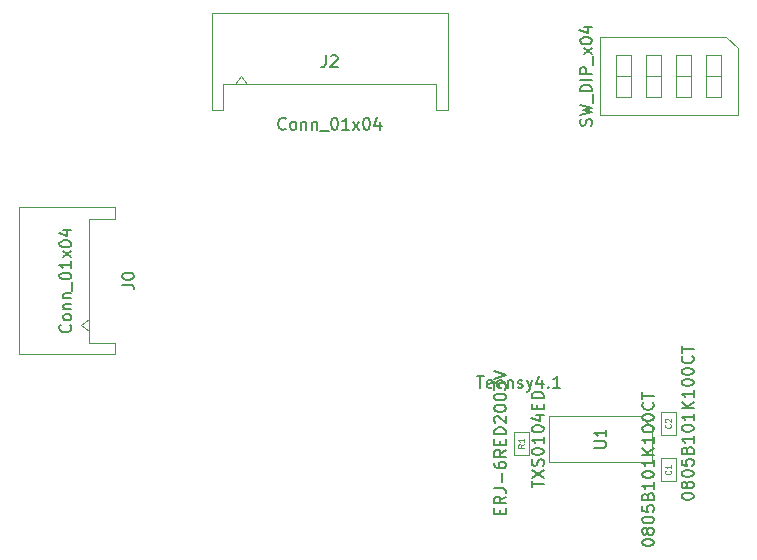
<source format=gbr>
%TF.GenerationSoftware,KiCad,Pcbnew,(5.1.10)-1*%
%TF.CreationDate,2021-09-26T02:34:10+10:00*%
%TF.ProjectId,RedPyKeeb_MCU,52656450-794b-4656-9562-5f4d43552e6b,rev?*%
%TF.SameCoordinates,Original*%
%TF.FileFunction,Other,Fab,Top*%
%FSLAX46Y46*%
G04 Gerber Fmt 4.6, Leading zero omitted, Abs format (unit mm)*
G04 Created by KiCad (PCBNEW (5.1.10)-1) date 2021-09-26 02:34:10*
%MOMM*%
%LPD*%
G01*
G04 APERTURE LIST*
%ADD10C,0.100000*%
%ADD11C,0.150000*%
%ADD12C,0.075000*%
%ADD13C,0.080000*%
G04 APERTURE END LIST*
D10*
%TO.C,SW1*%
X82060000Y-27073200D02*
X82060000Y-32753200D01*
X82060000Y-32753200D02*
X70340000Y-32753200D01*
X70340000Y-32753200D02*
X70340000Y-26073200D01*
X70340000Y-26073200D02*
X81060000Y-26073200D01*
X81060000Y-26073200D02*
X82060000Y-27073200D01*
X80645000Y-27603200D02*
X79375000Y-27603200D01*
X79375000Y-27603200D02*
X79375000Y-31223200D01*
X79375000Y-31223200D02*
X80645000Y-31223200D01*
X80645000Y-31223200D02*
X80645000Y-27603200D01*
X80645000Y-29413200D02*
X79375000Y-29413200D01*
X78105000Y-27603200D02*
X76835000Y-27603200D01*
X76835000Y-27603200D02*
X76835000Y-31223200D01*
X76835000Y-31223200D02*
X78105000Y-31223200D01*
X78105000Y-31223200D02*
X78105000Y-27603200D01*
X78105000Y-29413200D02*
X76835000Y-29413200D01*
X75565000Y-27603200D02*
X74295000Y-27603200D01*
X74295000Y-27603200D02*
X74295000Y-31223200D01*
X74295000Y-31223200D02*
X75565000Y-31223200D01*
X75565000Y-31223200D02*
X75565000Y-27603200D01*
X75565000Y-29413200D02*
X74295000Y-29413200D01*
X73025000Y-27603200D02*
X71755000Y-27603200D01*
X71755000Y-27603200D02*
X71755000Y-31223200D01*
X71755000Y-31223200D02*
X73025000Y-31223200D01*
X73025000Y-31223200D02*
X73025000Y-27603200D01*
X73025000Y-29413200D02*
X71755000Y-29413200D01*
%TO.C,R1*%
X63083200Y-59524400D02*
X64323200Y-59524400D01*
X63083200Y-61524400D02*
X63083200Y-59524400D01*
X64323200Y-61524400D02*
X63083200Y-61524400D01*
X64323200Y-59524400D02*
X64323200Y-61524400D01*
%TO.C,U1*%
X73758800Y-58197200D02*
X74733800Y-59172200D01*
X66083800Y-58197200D02*
X73758800Y-58197200D01*
X66083800Y-62097200D02*
X66083800Y-58197200D01*
X74733800Y-62097200D02*
X66083800Y-62097200D01*
X74733800Y-59172200D02*
X74733800Y-62097200D01*
%TO.C,J2*%
X38479600Y-30110200D02*
X38479600Y-32310200D01*
X38479600Y-32310200D02*
X37479600Y-32310200D01*
X37479600Y-32310200D02*
X37479600Y-24110200D01*
X37479600Y-24110200D02*
X57479600Y-24110200D01*
X57479600Y-24110200D02*
X57479600Y-32310200D01*
X57479600Y-32310200D02*
X56479600Y-32310200D01*
X56479600Y-32310200D02*
X56479600Y-30110200D01*
X56479600Y-30110200D02*
X38479600Y-30110200D01*
X39479600Y-30110200D02*
X39979600Y-29403093D01*
X39979600Y-29403093D02*
X40479600Y-30110200D01*
%TO.C,J0*%
X27138400Y-51995200D02*
X29338400Y-51995200D01*
X29338400Y-51995200D02*
X29338400Y-52995200D01*
X29338400Y-52995200D02*
X21138400Y-52995200D01*
X21138400Y-52995200D02*
X21138400Y-40495200D01*
X21138400Y-40495200D02*
X29338400Y-40495200D01*
X29338400Y-40495200D02*
X29338400Y-41495200D01*
X29338400Y-41495200D02*
X27138400Y-41495200D01*
X27138400Y-41495200D02*
X27138400Y-51995200D01*
X27138400Y-50995200D02*
X26431293Y-50495200D01*
X26431293Y-50495200D02*
X27138400Y-49995200D01*
%TO.C,C1*%
X75524200Y-63738000D02*
X75524200Y-61738000D01*
X76774200Y-63738000D02*
X75524200Y-63738000D01*
X76774200Y-61738000D02*
X76774200Y-63738000D01*
X75524200Y-61738000D02*
X76774200Y-61738000D01*
%TO.C,C2*%
X76774200Y-59826400D02*
X75524200Y-59826400D01*
X75524200Y-59826400D02*
X75524200Y-57826400D01*
X75524200Y-57826400D02*
X76774200Y-57826400D01*
X76774200Y-57826400D02*
X76774200Y-59826400D01*
%TD*%
%TO.C,SW1*%
D11*
X69624761Y-33627485D02*
X69672380Y-33484628D01*
X69672380Y-33246533D01*
X69624761Y-33151295D01*
X69577142Y-33103676D01*
X69481904Y-33056057D01*
X69386666Y-33056057D01*
X69291428Y-33103676D01*
X69243809Y-33151295D01*
X69196190Y-33246533D01*
X69148571Y-33437009D01*
X69100952Y-33532247D01*
X69053333Y-33579866D01*
X68958095Y-33627485D01*
X68862857Y-33627485D01*
X68767619Y-33579866D01*
X68720000Y-33532247D01*
X68672380Y-33437009D01*
X68672380Y-33198914D01*
X68720000Y-33056057D01*
X68672380Y-32722723D02*
X69672380Y-32484628D01*
X68958095Y-32294152D01*
X69672380Y-32103676D01*
X68672380Y-31865580D01*
X69767619Y-31722723D02*
X69767619Y-30960819D01*
X69672380Y-30722723D02*
X68672380Y-30722723D01*
X68672380Y-30484628D01*
X68720000Y-30341771D01*
X68815238Y-30246533D01*
X68910476Y-30198914D01*
X69100952Y-30151295D01*
X69243809Y-30151295D01*
X69434285Y-30198914D01*
X69529523Y-30246533D01*
X69624761Y-30341771D01*
X69672380Y-30484628D01*
X69672380Y-30722723D01*
X69672380Y-29722723D02*
X68672380Y-29722723D01*
X69672380Y-29246533D02*
X68672380Y-29246533D01*
X68672380Y-28865580D01*
X68720000Y-28770342D01*
X68767619Y-28722723D01*
X68862857Y-28675104D01*
X69005714Y-28675104D01*
X69100952Y-28722723D01*
X69148571Y-28770342D01*
X69196190Y-28865580D01*
X69196190Y-29246533D01*
X69767619Y-28484628D02*
X69767619Y-27722723D01*
X69672380Y-27579866D02*
X69005714Y-27056057D01*
X69005714Y-27579866D02*
X69672380Y-27056057D01*
X68672380Y-26484628D02*
X68672380Y-26389390D01*
X68720000Y-26294152D01*
X68767619Y-26246533D01*
X68862857Y-26198914D01*
X69053333Y-26151295D01*
X69291428Y-26151295D01*
X69481904Y-26198914D01*
X69577142Y-26246533D01*
X69624761Y-26294152D01*
X69672380Y-26389390D01*
X69672380Y-26484628D01*
X69624761Y-26579866D01*
X69577142Y-26627485D01*
X69481904Y-26675104D01*
X69291428Y-26722723D01*
X69053333Y-26722723D01*
X68862857Y-26675104D01*
X68767619Y-26627485D01*
X68720000Y-26579866D01*
X68672380Y-26484628D01*
X69005714Y-25294152D02*
X69672380Y-25294152D01*
X68624761Y-25532247D02*
X69339047Y-25770342D01*
X69339047Y-25151295D01*
%TO.C,R1*%
X61881771Y-66500590D02*
X61881771Y-66167257D01*
X62405580Y-66024400D02*
X62405580Y-66500590D01*
X61405580Y-66500590D01*
X61405580Y-66024400D01*
X62405580Y-65024400D02*
X61929390Y-65357733D01*
X62405580Y-65595828D02*
X61405580Y-65595828D01*
X61405580Y-65214876D01*
X61453200Y-65119638D01*
X61500819Y-65072019D01*
X61596057Y-65024400D01*
X61738914Y-65024400D01*
X61834152Y-65072019D01*
X61881771Y-65119638D01*
X61929390Y-65214876D01*
X61929390Y-65595828D01*
X61405580Y-64310114D02*
X62119866Y-64310114D01*
X62262723Y-64357733D01*
X62357961Y-64452971D01*
X62405580Y-64595828D01*
X62405580Y-64691066D01*
X62024628Y-63833923D02*
X62024628Y-63072019D01*
X61405580Y-62167257D02*
X61405580Y-62357733D01*
X61453200Y-62452971D01*
X61500819Y-62500590D01*
X61643676Y-62595828D01*
X61834152Y-62643447D01*
X62215104Y-62643447D01*
X62310342Y-62595828D01*
X62357961Y-62548209D01*
X62405580Y-62452971D01*
X62405580Y-62262495D01*
X62357961Y-62167257D01*
X62310342Y-62119638D01*
X62215104Y-62072019D01*
X61977009Y-62072019D01*
X61881771Y-62119638D01*
X61834152Y-62167257D01*
X61786533Y-62262495D01*
X61786533Y-62452971D01*
X61834152Y-62548209D01*
X61881771Y-62595828D01*
X61977009Y-62643447D01*
X62405580Y-61072019D02*
X61929390Y-61405352D01*
X62405580Y-61643447D02*
X61405580Y-61643447D01*
X61405580Y-61262495D01*
X61453200Y-61167257D01*
X61500819Y-61119638D01*
X61596057Y-61072019D01*
X61738914Y-61072019D01*
X61834152Y-61119638D01*
X61881771Y-61167257D01*
X61929390Y-61262495D01*
X61929390Y-61643447D01*
X61881771Y-60643447D02*
X61881771Y-60310114D01*
X62405580Y-60167257D02*
X62405580Y-60643447D01*
X61405580Y-60643447D01*
X61405580Y-60167257D01*
X62405580Y-59738685D02*
X61405580Y-59738685D01*
X61405580Y-59500590D01*
X61453200Y-59357733D01*
X61548438Y-59262495D01*
X61643676Y-59214876D01*
X61834152Y-59167257D01*
X61977009Y-59167257D01*
X62167485Y-59214876D01*
X62262723Y-59262495D01*
X62357961Y-59357733D01*
X62405580Y-59500590D01*
X62405580Y-59738685D01*
X61500819Y-58786304D02*
X61453200Y-58738685D01*
X61405580Y-58643447D01*
X61405580Y-58405352D01*
X61453200Y-58310114D01*
X61500819Y-58262495D01*
X61596057Y-58214876D01*
X61691295Y-58214876D01*
X61834152Y-58262495D01*
X62405580Y-58833923D01*
X62405580Y-58214876D01*
X61405580Y-57595828D02*
X61405580Y-57500590D01*
X61453200Y-57405352D01*
X61500819Y-57357733D01*
X61596057Y-57310114D01*
X61786533Y-57262495D01*
X62024628Y-57262495D01*
X62215104Y-57310114D01*
X62310342Y-57357733D01*
X62357961Y-57405352D01*
X62405580Y-57500590D01*
X62405580Y-57595828D01*
X62357961Y-57691066D01*
X62310342Y-57738685D01*
X62215104Y-57786304D01*
X62024628Y-57833923D01*
X61786533Y-57833923D01*
X61596057Y-57786304D01*
X61500819Y-57738685D01*
X61453200Y-57691066D01*
X61405580Y-57595828D01*
X61405580Y-56643447D02*
X61405580Y-56548209D01*
X61453200Y-56452971D01*
X61500819Y-56405352D01*
X61596057Y-56357733D01*
X61786533Y-56310114D01*
X62024628Y-56310114D01*
X62215104Y-56357733D01*
X62310342Y-56405352D01*
X62357961Y-56452971D01*
X62405580Y-56548209D01*
X62405580Y-56643447D01*
X62357961Y-56738685D01*
X62310342Y-56786304D01*
X62215104Y-56833923D01*
X62024628Y-56881542D01*
X61786533Y-56881542D01*
X61596057Y-56833923D01*
X61500819Y-56786304D01*
X61453200Y-56738685D01*
X61405580Y-56643447D01*
X61405580Y-55976780D02*
X61405580Y-55357733D01*
X61786533Y-55691066D01*
X61786533Y-55548209D01*
X61834152Y-55452971D01*
X61881771Y-55405352D01*
X61977009Y-55357733D01*
X62215104Y-55357733D01*
X62310342Y-55405352D01*
X62357961Y-55452971D01*
X62405580Y-55548209D01*
X62405580Y-55833923D01*
X62357961Y-55929161D01*
X62310342Y-55976780D01*
X61405580Y-55072019D02*
X62405580Y-54738685D01*
X61405580Y-54405352D01*
D12*
X63929390Y-60607733D02*
X63691295Y-60774400D01*
X63929390Y-60893447D02*
X63429390Y-60893447D01*
X63429390Y-60702971D01*
X63453200Y-60655352D01*
X63477009Y-60631542D01*
X63524628Y-60607733D01*
X63596057Y-60607733D01*
X63643676Y-60631542D01*
X63667485Y-60655352D01*
X63691295Y-60702971D01*
X63691295Y-60893447D01*
X63929390Y-60131542D02*
X63929390Y-60417257D01*
X63929390Y-60274400D02*
X63429390Y-60274400D01*
X63500819Y-60322019D01*
X63548438Y-60369638D01*
X63572247Y-60417257D01*
%TO.C,U1*%
D11*
X64581180Y-64242438D02*
X64581180Y-63671009D01*
X65581180Y-63956723D02*
X64581180Y-63956723D01*
X64581180Y-63432914D02*
X65581180Y-62766247D01*
X64581180Y-62766247D02*
X65581180Y-63432914D01*
X65533561Y-62432914D02*
X65581180Y-62290057D01*
X65581180Y-62051961D01*
X65533561Y-61956723D01*
X65485942Y-61909104D01*
X65390704Y-61861485D01*
X65295466Y-61861485D01*
X65200228Y-61909104D01*
X65152609Y-61956723D01*
X65104990Y-62051961D01*
X65057371Y-62242438D01*
X65009752Y-62337676D01*
X64962133Y-62385295D01*
X64866895Y-62432914D01*
X64771657Y-62432914D01*
X64676419Y-62385295D01*
X64628800Y-62337676D01*
X64581180Y-62242438D01*
X64581180Y-62004342D01*
X64628800Y-61861485D01*
X64581180Y-61242438D02*
X64581180Y-61147200D01*
X64628800Y-61051961D01*
X64676419Y-61004342D01*
X64771657Y-60956723D01*
X64962133Y-60909104D01*
X65200228Y-60909104D01*
X65390704Y-60956723D01*
X65485942Y-61004342D01*
X65533561Y-61051961D01*
X65581180Y-61147200D01*
X65581180Y-61242438D01*
X65533561Y-61337676D01*
X65485942Y-61385295D01*
X65390704Y-61432914D01*
X65200228Y-61480533D01*
X64962133Y-61480533D01*
X64771657Y-61432914D01*
X64676419Y-61385295D01*
X64628800Y-61337676D01*
X64581180Y-61242438D01*
X65581180Y-59956723D02*
X65581180Y-60528152D01*
X65581180Y-60242438D02*
X64581180Y-60242438D01*
X64724038Y-60337676D01*
X64819276Y-60432914D01*
X64866895Y-60528152D01*
X64581180Y-59337676D02*
X64581180Y-59242438D01*
X64628800Y-59147200D01*
X64676419Y-59099580D01*
X64771657Y-59051961D01*
X64962133Y-59004342D01*
X65200228Y-59004342D01*
X65390704Y-59051961D01*
X65485942Y-59099580D01*
X65533561Y-59147200D01*
X65581180Y-59242438D01*
X65581180Y-59337676D01*
X65533561Y-59432914D01*
X65485942Y-59480533D01*
X65390704Y-59528152D01*
X65200228Y-59575771D01*
X64962133Y-59575771D01*
X64771657Y-59528152D01*
X64676419Y-59480533D01*
X64628800Y-59432914D01*
X64581180Y-59337676D01*
X64914514Y-58147200D02*
X65581180Y-58147200D01*
X64533561Y-58385295D02*
X65247847Y-58623390D01*
X65247847Y-58004342D01*
X65057371Y-57623390D02*
X65057371Y-57290057D01*
X65581180Y-57147200D02*
X65581180Y-57623390D01*
X64581180Y-57623390D01*
X64581180Y-57147200D01*
X65581180Y-56718628D02*
X64581180Y-56718628D01*
X64581180Y-56480533D01*
X64628800Y-56337676D01*
X64724038Y-56242438D01*
X64819276Y-56194819D01*
X65009752Y-56147200D01*
X65152609Y-56147200D01*
X65343085Y-56194819D01*
X65438323Y-56242438D01*
X65533561Y-56337676D01*
X65581180Y-56480533D01*
X65581180Y-56718628D01*
X69872133Y-60893866D02*
X70665466Y-60893866D01*
X70758800Y-60847200D01*
X70805466Y-60800533D01*
X70852133Y-60707200D01*
X70852133Y-60520533D01*
X70805466Y-60427200D01*
X70758800Y-60380533D01*
X70665466Y-60333866D01*
X69872133Y-60333866D01*
X70852133Y-59353866D02*
X70852133Y-59913866D01*
X70852133Y-59633866D02*
X69872133Y-59633866D01*
X70012133Y-59727200D01*
X70105466Y-59820533D01*
X70152133Y-59913866D01*
%TO.C,J2*%
X43741504Y-33867342D02*
X43693885Y-33914961D01*
X43551028Y-33962580D01*
X43455790Y-33962580D01*
X43312933Y-33914961D01*
X43217695Y-33819723D01*
X43170076Y-33724485D01*
X43122457Y-33534009D01*
X43122457Y-33391152D01*
X43170076Y-33200676D01*
X43217695Y-33105438D01*
X43312933Y-33010200D01*
X43455790Y-32962580D01*
X43551028Y-32962580D01*
X43693885Y-33010200D01*
X43741504Y-33057819D01*
X44312933Y-33962580D02*
X44217695Y-33914961D01*
X44170076Y-33867342D01*
X44122457Y-33772104D01*
X44122457Y-33486390D01*
X44170076Y-33391152D01*
X44217695Y-33343533D01*
X44312933Y-33295914D01*
X44455790Y-33295914D01*
X44551028Y-33343533D01*
X44598647Y-33391152D01*
X44646266Y-33486390D01*
X44646266Y-33772104D01*
X44598647Y-33867342D01*
X44551028Y-33914961D01*
X44455790Y-33962580D01*
X44312933Y-33962580D01*
X45074838Y-33295914D02*
X45074838Y-33962580D01*
X45074838Y-33391152D02*
X45122457Y-33343533D01*
X45217695Y-33295914D01*
X45360552Y-33295914D01*
X45455790Y-33343533D01*
X45503409Y-33438771D01*
X45503409Y-33962580D01*
X45979600Y-33295914D02*
X45979600Y-33962580D01*
X45979600Y-33391152D02*
X46027219Y-33343533D01*
X46122457Y-33295914D01*
X46265314Y-33295914D01*
X46360552Y-33343533D01*
X46408171Y-33438771D01*
X46408171Y-33962580D01*
X46646266Y-34057819D02*
X47408171Y-34057819D01*
X47836742Y-32962580D02*
X47931980Y-32962580D01*
X48027219Y-33010200D01*
X48074838Y-33057819D01*
X48122457Y-33153057D01*
X48170076Y-33343533D01*
X48170076Y-33581628D01*
X48122457Y-33772104D01*
X48074838Y-33867342D01*
X48027219Y-33914961D01*
X47931980Y-33962580D01*
X47836742Y-33962580D01*
X47741504Y-33914961D01*
X47693885Y-33867342D01*
X47646266Y-33772104D01*
X47598647Y-33581628D01*
X47598647Y-33343533D01*
X47646266Y-33153057D01*
X47693885Y-33057819D01*
X47741504Y-33010200D01*
X47836742Y-32962580D01*
X49122457Y-33962580D02*
X48551028Y-33962580D01*
X48836742Y-33962580D02*
X48836742Y-32962580D01*
X48741504Y-33105438D01*
X48646266Y-33200676D01*
X48551028Y-33248295D01*
X49455790Y-33962580D02*
X49979600Y-33295914D01*
X49455790Y-33295914D02*
X49979600Y-33962580D01*
X50551028Y-32962580D02*
X50646266Y-32962580D01*
X50741504Y-33010200D01*
X50789123Y-33057819D01*
X50836742Y-33153057D01*
X50884361Y-33343533D01*
X50884361Y-33581628D01*
X50836742Y-33772104D01*
X50789123Y-33867342D01*
X50741504Y-33914961D01*
X50646266Y-33962580D01*
X50551028Y-33962580D01*
X50455790Y-33914961D01*
X50408171Y-33867342D01*
X50360552Y-33772104D01*
X50312933Y-33581628D01*
X50312933Y-33343533D01*
X50360552Y-33153057D01*
X50408171Y-33057819D01*
X50455790Y-33010200D01*
X50551028Y-32962580D01*
X51741504Y-33295914D02*
X51741504Y-33962580D01*
X51503409Y-32914961D02*
X51265314Y-33629247D01*
X51884361Y-33629247D01*
X47146266Y-27662580D02*
X47146266Y-28376866D01*
X47098647Y-28519723D01*
X47003409Y-28614961D01*
X46860552Y-28662580D01*
X46765314Y-28662580D01*
X47574838Y-27757819D02*
X47622457Y-27710200D01*
X47717695Y-27662580D01*
X47955790Y-27662580D01*
X48051028Y-27710200D01*
X48098647Y-27757819D01*
X48146266Y-27853057D01*
X48146266Y-27948295D01*
X48098647Y-28091152D01*
X47527219Y-28662580D01*
X48146266Y-28662580D01*
%TO.C,J0*%
X25495542Y-50483295D02*
X25543161Y-50530914D01*
X25590780Y-50673771D01*
X25590780Y-50769009D01*
X25543161Y-50911866D01*
X25447923Y-51007104D01*
X25352685Y-51054723D01*
X25162209Y-51102342D01*
X25019352Y-51102342D01*
X24828876Y-51054723D01*
X24733638Y-51007104D01*
X24638400Y-50911866D01*
X24590780Y-50769009D01*
X24590780Y-50673771D01*
X24638400Y-50530914D01*
X24686019Y-50483295D01*
X25590780Y-49911866D02*
X25543161Y-50007104D01*
X25495542Y-50054723D01*
X25400304Y-50102342D01*
X25114590Y-50102342D01*
X25019352Y-50054723D01*
X24971733Y-50007104D01*
X24924114Y-49911866D01*
X24924114Y-49769009D01*
X24971733Y-49673771D01*
X25019352Y-49626152D01*
X25114590Y-49578533D01*
X25400304Y-49578533D01*
X25495542Y-49626152D01*
X25543161Y-49673771D01*
X25590780Y-49769009D01*
X25590780Y-49911866D01*
X24924114Y-49149961D02*
X25590780Y-49149961D01*
X25019352Y-49149961D02*
X24971733Y-49102342D01*
X24924114Y-49007104D01*
X24924114Y-48864247D01*
X24971733Y-48769009D01*
X25066971Y-48721390D01*
X25590780Y-48721390D01*
X24924114Y-48245200D02*
X25590780Y-48245200D01*
X25019352Y-48245200D02*
X24971733Y-48197580D01*
X24924114Y-48102342D01*
X24924114Y-47959485D01*
X24971733Y-47864247D01*
X25066971Y-47816628D01*
X25590780Y-47816628D01*
X25686019Y-47578533D02*
X25686019Y-46816628D01*
X24590780Y-46388057D02*
X24590780Y-46292819D01*
X24638400Y-46197580D01*
X24686019Y-46149961D01*
X24781257Y-46102342D01*
X24971733Y-46054723D01*
X25209828Y-46054723D01*
X25400304Y-46102342D01*
X25495542Y-46149961D01*
X25543161Y-46197580D01*
X25590780Y-46292819D01*
X25590780Y-46388057D01*
X25543161Y-46483295D01*
X25495542Y-46530914D01*
X25400304Y-46578533D01*
X25209828Y-46626152D01*
X24971733Y-46626152D01*
X24781257Y-46578533D01*
X24686019Y-46530914D01*
X24638400Y-46483295D01*
X24590780Y-46388057D01*
X25590780Y-45102342D02*
X25590780Y-45673771D01*
X25590780Y-45388057D02*
X24590780Y-45388057D01*
X24733638Y-45483295D01*
X24828876Y-45578533D01*
X24876495Y-45673771D01*
X25590780Y-44769009D02*
X24924114Y-44245200D01*
X24924114Y-44769009D02*
X25590780Y-44245200D01*
X24590780Y-43673771D02*
X24590780Y-43578533D01*
X24638400Y-43483295D01*
X24686019Y-43435676D01*
X24781257Y-43388057D01*
X24971733Y-43340438D01*
X25209828Y-43340438D01*
X25400304Y-43388057D01*
X25495542Y-43435676D01*
X25543161Y-43483295D01*
X25590780Y-43578533D01*
X25590780Y-43673771D01*
X25543161Y-43769009D01*
X25495542Y-43816628D01*
X25400304Y-43864247D01*
X25209828Y-43911866D01*
X24971733Y-43911866D01*
X24781257Y-43864247D01*
X24686019Y-43816628D01*
X24638400Y-43769009D01*
X24590780Y-43673771D01*
X24924114Y-42483295D02*
X25590780Y-42483295D01*
X24543161Y-42721390D02*
X25257447Y-42959485D01*
X25257447Y-42340438D01*
X29890780Y-47078533D02*
X30605066Y-47078533D01*
X30747923Y-47126152D01*
X30843161Y-47221390D01*
X30890780Y-47364247D01*
X30890780Y-47459485D01*
X29890780Y-46411866D02*
X29890780Y-46316628D01*
X29938400Y-46221390D01*
X29986019Y-46173771D01*
X30081257Y-46126152D01*
X30271733Y-46078533D01*
X30509828Y-46078533D01*
X30700304Y-46126152D01*
X30795542Y-46173771D01*
X30843161Y-46221390D01*
X30890780Y-46316628D01*
X30890780Y-46411866D01*
X30843161Y-46507104D01*
X30795542Y-46554723D01*
X30700304Y-46602342D01*
X30509828Y-46649961D01*
X30271733Y-46649961D01*
X30081257Y-46602342D01*
X29986019Y-46554723D01*
X29938400Y-46507104D01*
X29890780Y-46411866D01*
%TO.C,C1*%
X73921580Y-68952285D02*
X73921580Y-68857047D01*
X73969200Y-68761809D01*
X74016819Y-68714190D01*
X74112057Y-68666571D01*
X74302533Y-68618952D01*
X74540628Y-68618952D01*
X74731104Y-68666571D01*
X74826342Y-68714190D01*
X74873961Y-68761809D01*
X74921580Y-68857047D01*
X74921580Y-68952285D01*
X74873961Y-69047523D01*
X74826342Y-69095142D01*
X74731104Y-69142761D01*
X74540628Y-69190380D01*
X74302533Y-69190380D01*
X74112057Y-69142761D01*
X74016819Y-69095142D01*
X73969200Y-69047523D01*
X73921580Y-68952285D01*
X74350152Y-68047523D02*
X74302533Y-68142761D01*
X74254914Y-68190380D01*
X74159676Y-68238000D01*
X74112057Y-68238000D01*
X74016819Y-68190380D01*
X73969200Y-68142761D01*
X73921580Y-68047523D01*
X73921580Y-67857047D01*
X73969200Y-67761809D01*
X74016819Y-67714190D01*
X74112057Y-67666571D01*
X74159676Y-67666571D01*
X74254914Y-67714190D01*
X74302533Y-67761809D01*
X74350152Y-67857047D01*
X74350152Y-68047523D01*
X74397771Y-68142761D01*
X74445390Y-68190380D01*
X74540628Y-68238000D01*
X74731104Y-68238000D01*
X74826342Y-68190380D01*
X74873961Y-68142761D01*
X74921580Y-68047523D01*
X74921580Y-67857047D01*
X74873961Y-67761809D01*
X74826342Y-67714190D01*
X74731104Y-67666571D01*
X74540628Y-67666571D01*
X74445390Y-67714190D01*
X74397771Y-67761809D01*
X74350152Y-67857047D01*
X73921580Y-67047523D02*
X73921580Y-66952285D01*
X73969200Y-66857047D01*
X74016819Y-66809428D01*
X74112057Y-66761809D01*
X74302533Y-66714190D01*
X74540628Y-66714190D01*
X74731104Y-66761809D01*
X74826342Y-66809428D01*
X74873961Y-66857047D01*
X74921580Y-66952285D01*
X74921580Y-67047523D01*
X74873961Y-67142761D01*
X74826342Y-67190380D01*
X74731104Y-67238000D01*
X74540628Y-67285619D01*
X74302533Y-67285619D01*
X74112057Y-67238000D01*
X74016819Y-67190380D01*
X73969200Y-67142761D01*
X73921580Y-67047523D01*
X73921580Y-65809428D02*
X73921580Y-66285619D01*
X74397771Y-66333238D01*
X74350152Y-66285619D01*
X74302533Y-66190380D01*
X74302533Y-65952285D01*
X74350152Y-65857047D01*
X74397771Y-65809428D01*
X74493009Y-65761809D01*
X74731104Y-65761809D01*
X74826342Y-65809428D01*
X74873961Y-65857047D01*
X74921580Y-65952285D01*
X74921580Y-66190380D01*
X74873961Y-66285619D01*
X74826342Y-66333238D01*
X74397771Y-64999904D02*
X74445390Y-64857047D01*
X74493009Y-64809428D01*
X74588247Y-64761809D01*
X74731104Y-64761809D01*
X74826342Y-64809428D01*
X74873961Y-64857047D01*
X74921580Y-64952285D01*
X74921580Y-65333238D01*
X73921580Y-65333238D01*
X73921580Y-64999904D01*
X73969200Y-64904666D01*
X74016819Y-64857047D01*
X74112057Y-64809428D01*
X74207295Y-64809428D01*
X74302533Y-64857047D01*
X74350152Y-64904666D01*
X74397771Y-64999904D01*
X74397771Y-65333238D01*
X74921580Y-63809428D02*
X74921580Y-64380857D01*
X74921580Y-64095142D02*
X73921580Y-64095142D01*
X74064438Y-64190380D01*
X74159676Y-64285619D01*
X74207295Y-64380857D01*
X73921580Y-63190380D02*
X73921580Y-63095142D01*
X73969200Y-62999904D01*
X74016819Y-62952285D01*
X74112057Y-62904666D01*
X74302533Y-62857047D01*
X74540628Y-62857047D01*
X74731104Y-62904666D01*
X74826342Y-62952285D01*
X74873961Y-62999904D01*
X74921580Y-63095142D01*
X74921580Y-63190380D01*
X74873961Y-63285619D01*
X74826342Y-63333238D01*
X74731104Y-63380857D01*
X74540628Y-63428476D01*
X74302533Y-63428476D01*
X74112057Y-63380857D01*
X74016819Y-63333238D01*
X73969200Y-63285619D01*
X73921580Y-63190380D01*
X74921580Y-61904666D02*
X74921580Y-62476095D01*
X74921580Y-62190380D02*
X73921580Y-62190380D01*
X74064438Y-62285619D01*
X74159676Y-62380857D01*
X74207295Y-62476095D01*
X74921580Y-61476095D02*
X73921580Y-61476095D01*
X74921580Y-60904666D02*
X74350152Y-61333238D01*
X73921580Y-60904666D02*
X74493009Y-61476095D01*
X74921580Y-59952285D02*
X74921580Y-60523714D01*
X74921580Y-60238000D02*
X73921580Y-60238000D01*
X74064438Y-60333238D01*
X74159676Y-60428476D01*
X74207295Y-60523714D01*
X73921580Y-59333238D02*
X73921580Y-59238000D01*
X73969200Y-59142761D01*
X74016819Y-59095142D01*
X74112057Y-59047523D01*
X74302533Y-58999904D01*
X74540628Y-58999904D01*
X74731104Y-59047523D01*
X74826342Y-59095142D01*
X74873961Y-59142761D01*
X74921580Y-59238000D01*
X74921580Y-59333238D01*
X74873961Y-59428476D01*
X74826342Y-59476095D01*
X74731104Y-59523714D01*
X74540628Y-59571333D01*
X74302533Y-59571333D01*
X74112057Y-59523714D01*
X74016819Y-59476095D01*
X73969200Y-59428476D01*
X73921580Y-59333238D01*
X73921580Y-58380857D02*
X73921580Y-58285619D01*
X73969200Y-58190380D01*
X74016819Y-58142761D01*
X74112057Y-58095142D01*
X74302533Y-58047523D01*
X74540628Y-58047523D01*
X74731104Y-58095142D01*
X74826342Y-58142761D01*
X74873961Y-58190380D01*
X74921580Y-58285619D01*
X74921580Y-58380857D01*
X74873961Y-58476095D01*
X74826342Y-58523714D01*
X74731104Y-58571333D01*
X74540628Y-58618952D01*
X74302533Y-58618952D01*
X74112057Y-58571333D01*
X74016819Y-58523714D01*
X73969200Y-58476095D01*
X73921580Y-58380857D01*
X74826342Y-57047523D02*
X74873961Y-57095142D01*
X74921580Y-57238000D01*
X74921580Y-57333238D01*
X74873961Y-57476095D01*
X74778723Y-57571333D01*
X74683485Y-57618952D01*
X74493009Y-57666571D01*
X74350152Y-57666571D01*
X74159676Y-57618952D01*
X74064438Y-57571333D01*
X73969200Y-57476095D01*
X73921580Y-57333238D01*
X73921580Y-57238000D01*
X73969200Y-57095142D01*
X74016819Y-57047523D01*
X73921580Y-56761809D02*
X73921580Y-56190380D01*
X74921580Y-56476095D02*
X73921580Y-56476095D01*
D13*
X76327771Y-62821333D02*
X76351580Y-62845142D01*
X76375390Y-62916571D01*
X76375390Y-62964190D01*
X76351580Y-63035619D01*
X76303961Y-63083238D01*
X76256342Y-63107047D01*
X76161104Y-63130857D01*
X76089676Y-63130857D01*
X75994438Y-63107047D01*
X75946819Y-63083238D01*
X75899200Y-63035619D01*
X75875390Y-62964190D01*
X75875390Y-62916571D01*
X75899200Y-62845142D01*
X75923009Y-62821333D01*
X76375390Y-62345142D02*
X76375390Y-62630857D01*
X76375390Y-62488000D02*
X75875390Y-62488000D01*
X75946819Y-62535619D01*
X75994438Y-62583238D01*
X76018247Y-62630857D01*
%TO.C,C2*%
D11*
X77281580Y-65040685D02*
X77281580Y-64945447D01*
X77329200Y-64850209D01*
X77376819Y-64802590D01*
X77472057Y-64754971D01*
X77662533Y-64707352D01*
X77900628Y-64707352D01*
X78091104Y-64754971D01*
X78186342Y-64802590D01*
X78233961Y-64850209D01*
X78281580Y-64945447D01*
X78281580Y-65040685D01*
X78233961Y-65135923D01*
X78186342Y-65183542D01*
X78091104Y-65231161D01*
X77900628Y-65278780D01*
X77662533Y-65278780D01*
X77472057Y-65231161D01*
X77376819Y-65183542D01*
X77329200Y-65135923D01*
X77281580Y-65040685D01*
X77710152Y-64135923D02*
X77662533Y-64231161D01*
X77614914Y-64278780D01*
X77519676Y-64326400D01*
X77472057Y-64326400D01*
X77376819Y-64278780D01*
X77329200Y-64231161D01*
X77281580Y-64135923D01*
X77281580Y-63945447D01*
X77329200Y-63850209D01*
X77376819Y-63802590D01*
X77472057Y-63754971D01*
X77519676Y-63754971D01*
X77614914Y-63802590D01*
X77662533Y-63850209D01*
X77710152Y-63945447D01*
X77710152Y-64135923D01*
X77757771Y-64231161D01*
X77805390Y-64278780D01*
X77900628Y-64326400D01*
X78091104Y-64326400D01*
X78186342Y-64278780D01*
X78233961Y-64231161D01*
X78281580Y-64135923D01*
X78281580Y-63945447D01*
X78233961Y-63850209D01*
X78186342Y-63802590D01*
X78091104Y-63754971D01*
X77900628Y-63754971D01*
X77805390Y-63802590D01*
X77757771Y-63850209D01*
X77710152Y-63945447D01*
X77281580Y-63135923D02*
X77281580Y-63040685D01*
X77329200Y-62945447D01*
X77376819Y-62897828D01*
X77472057Y-62850209D01*
X77662533Y-62802590D01*
X77900628Y-62802590D01*
X78091104Y-62850209D01*
X78186342Y-62897828D01*
X78233961Y-62945447D01*
X78281580Y-63040685D01*
X78281580Y-63135923D01*
X78233961Y-63231161D01*
X78186342Y-63278780D01*
X78091104Y-63326400D01*
X77900628Y-63374019D01*
X77662533Y-63374019D01*
X77472057Y-63326400D01*
X77376819Y-63278780D01*
X77329200Y-63231161D01*
X77281580Y-63135923D01*
X77281580Y-61897828D02*
X77281580Y-62374019D01*
X77757771Y-62421638D01*
X77710152Y-62374019D01*
X77662533Y-62278780D01*
X77662533Y-62040685D01*
X77710152Y-61945447D01*
X77757771Y-61897828D01*
X77853009Y-61850209D01*
X78091104Y-61850209D01*
X78186342Y-61897828D01*
X78233961Y-61945447D01*
X78281580Y-62040685D01*
X78281580Y-62278780D01*
X78233961Y-62374019D01*
X78186342Y-62421638D01*
X77757771Y-61088304D02*
X77805390Y-60945447D01*
X77853009Y-60897828D01*
X77948247Y-60850209D01*
X78091104Y-60850209D01*
X78186342Y-60897828D01*
X78233961Y-60945447D01*
X78281580Y-61040685D01*
X78281580Y-61421638D01*
X77281580Y-61421638D01*
X77281580Y-61088304D01*
X77329200Y-60993066D01*
X77376819Y-60945447D01*
X77472057Y-60897828D01*
X77567295Y-60897828D01*
X77662533Y-60945447D01*
X77710152Y-60993066D01*
X77757771Y-61088304D01*
X77757771Y-61421638D01*
X78281580Y-59897828D02*
X78281580Y-60469257D01*
X78281580Y-60183542D02*
X77281580Y-60183542D01*
X77424438Y-60278780D01*
X77519676Y-60374019D01*
X77567295Y-60469257D01*
X77281580Y-59278780D02*
X77281580Y-59183542D01*
X77329200Y-59088304D01*
X77376819Y-59040685D01*
X77472057Y-58993066D01*
X77662533Y-58945447D01*
X77900628Y-58945447D01*
X78091104Y-58993066D01*
X78186342Y-59040685D01*
X78233961Y-59088304D01*
X78281580Y-59183542D01*
X78281580Y-59278780D01*
X78233961Y-59374019D01*
X78186342Y-59421638D01*
X78091104Y-59469257D01*
X77900628Y-59516876D01*
X77662533Y-59516876D01*
X77472057Y-59469257D01*
X77376819Y-59421638D01*
X77329200Y-59374019D01*
X77281580Y-59278780D01*
X78281580Y-57993066D02*
X78281580Y-58564495D01*
X78281580Y-58278780D02*
X77281580Y-58278780D01*
X77424438Y-58374019D01*
X77519676Y-58469257D01*
X77567295Y-58564495D01*
X78281580Y-57564495D02*
X77281580Y-57564495D01*
X78281580Y-56993066D02*
X77710152Y-57421638D01*
X77281580Y-56993066D02*
X77853009Y-57564495D01*
X78281580Y-56040685D02*
X78281580Y-56612114D01*
X78281580Y-56326400D02*
X77281580Y-56326400D01*
X77424438Y-56421638D01*
X77519676Y-56516876D01*
X77567295Y-56612114D01*
X77281580Y-55421638D02*
X77281580Y-55326400D01*
X77329200Y-55231161D01*
X77376819Y-55183542D01*
X77472057Y-55135923D01*
X77662533Y-55088304D01*
X77900628Y-55088304D01*
X78091104Y-55135923D01*
X78186342Y-55183542D01*
X78233961Y-55231161D01*
X78281580Y-55326400D01*
X78281580Y-55421638D01*
X78233961Y-55516876D01*
X78186342Y-55564495D01*
X78091104Y-55612114D01*
X77900628Y-55659733D01*
X77662533Y-55659733D01*
X77472057Y-55612114D01*
X77376819Y-55564495D01*
X77329200Y-55516876D01*
X77281580Y-55421638D01*
X77281580Y-54469257D02*
X77281580Y-54374019D01*
X77329200Y-54278780D01*
X77376819Y-54231161D01*
X77472057Y-54183542D01*
X77662533Y-54135923D01*
X77900628Y-54135923D01*
X78091104Y-54183542D01*
X78186342Y-54231161D01*
X78233961Y-54278780D01*
X78281580Y-54374019D01*
X78281580Y-54469257D01*
X78233961Y-54564495D01*
X78186342Y-54612114D01*
X78091104Y-54659733D01*
X77900628Y-54707352D01*
X77662533Y-54707352D01*
X77472057Y-54659733D01*
X77376819Y-54612114D01*
X77329200Y-54564495D01*
X77281580Y-54469257D01*
X78186342Y-53135923D02*
X78233961Y-53183542D01*
X78281580Y-53326400D01*
X78281580Y-53421638D01*
X78233961Y-53564495D01*
X78138723Y-53659733D01*
X78043485Y-53707352D01*
X77853009Y-53754971D01*
X77710152Y-53754971D01*
X77519676Y-53707352D01*
X77424438Y-53659733D01*
X77329200Y-53564495D01*
X77281580Y-53421638D01*
X77281580Y-53326400D01*
X77329200Y-53183542D01*
X77376819Y-53135923D01*
X77281580Y-52850209D02*
X77281580Y-52278780D01*
X78281580Y-52564495D02*
X77281580Y-52564495D01*
D13*
X76327771Y-58909733D02*
X76351580Y-58933542D01*
X76375390Y-59004971D01*
X76375390Y-59052590D01*
X76351580Y-59124019D01*
X76303961Y-59171638D01*
X76256342Y-59195447D01*
X76161104Y-59219257D01*
X76089676Y-59219257D01*
X75994438Y-59195447D01*
X75946819Y-59171638D01*
X75899200Y-59124019D01*
X75875390Y-59052590D01*
X75875390Y-59004971D01*
X75899200Y-58933542D01*
X75923009Y-58909733D01*
X75923009Y-58719257D02*
X75899200Y-58695447D01*
X75875390Y-58647828D01*
X75875390Y-58528780D01*
X75899200Y-58481161D01*
X75923009Y-58457352D01*
X75970628Y-58433542D01*
X76018247Y-58433542D01*
X76089676Y-58457352D01*
X76375390Y-58743066D01*
X76375390Y-58433542D01*
%TO.C,U0*%
D11*
X59928571Y-54824380D02*
X60500000Y-54824380D01*
X60214285Y-55824380D02*
X60214285Y-54824380D01*
X61214285Y-55776761D02*
X61119047Y-55824380D01*
X60928571Y-55824380D01*
X60833333Y-55776761D01*
X60785714Y-55681523D01*
X60785714Y-55300571D01*
X60833333Y-55205333D01*
X60928571Y-55157714D01*
X61119047Y-55157714D01*
X61214285Y-55205333D01*
X61261904Y-55300571D01*
X61261904Y-55395809D01*
X60785714Y-55491047D01*
X62071428Y-55776761D02*
X61976190Y-55824380D01*
X61785714Y-55824380D01*
X61690476Y-55776761D01*
X61642857Y-55681523D01*
X61642857Y-55300571D01*
X61690476Y-55205333D01*
X61785714Y-55157714D01*
X61976190Y-55157714D01*
X62071428Y-55205333D01*
X62119047Y-55300571D01*
X62119047Y-55395809D01*
X61642857Y-55491047D01*
X62547619Y-55157714D02*
X62547619Y-55824380D01*
X62547619Y-55252952D02*
X62595238Y-55205333D01*
X62690476Y-55157714D01*
X62833333Y-55157714D01*
X62928571Y-55205333D01*
X62976190Y-55300571D01*
X62976190Y-55824380D01*
X63404761Y-55776761D02*
X63500000Y-55824380D01*
X63690476Y-55824380D01*
X63785714Y-55776761D01*
X63833333Y-55681523D01*
X63833333Y-55633904D01*
X63785714Y-55538666D01*
X63690476Y-55491047D01*
X63547619Y-55491047D01*
X63452380Y-55443428D01*
X63404761Y-55348190D01*
X63404761Y-55300571D01*
X63452380Y-55205333D01*
X63547619Y-55157714D01*
X63690476Y-55157714D01*
X63785714Y-55205333D01*
X64166666Y-55157714D02*
X64404761Y-55824380D01*
X64642857Y-55157714D02*
X64404761Y-55824380D01*
X64309523Y-56062476D01*
X64261904Y-56110095D01*
X64166666Y-56157714D01*
X65452380Y-55157714D02*
X65452380Y-55824380D01*
X65214285Y-54776761D02*
X64976190Y-55491047D01*
X65595238Y-55491047D01*
X65976190Y-55729142D02*
X66023809Y-55776761D01*
X65976190Y-55824380D01*
X65928571Y-55776761D01*
X65976190Y-55729142D01*
X65976190Y-55824380D01*
X66976190Y-55824380D02*
X66404761Y-55824380D01*
X66690476Y-55824380D02*
X66690476Y-54824380D01*
X66595238Y-54967238D01*
X66500000Y-55062476D01*
X66404761Y-55110095D01*
%TD*%
M02*

</source>
